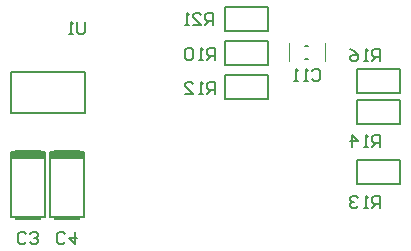
<source format=gbo>
G04*
G04 #@! TF.GenerationSoftware,Altium Limited,Altium Designer,24.3.1 (35)*
G04*
G04 Layer_Color=32896*
%FSLAX44Y44*%
%MOMM*%
G71*
G04*
G04 #@! TF.SameCoordinates,268BF101-0F90-4EF0-BC03-07382AAEC2E5*
G04*
G04*
G04 #@! TF.FilePolarity,Positive*
G04*
G01*
G75*
%ADD10C,0.2000*%
%ADD12C,0.2032*%
%ADD14C,0.1000*%
%ADD15C,0.1524*%
%ADD58R,2.7000X0.6500*%
%ADD59R,2.2000X0.2000*%
D10*
X884800Y864020D02*
X887800D01*
X884800Y853020D02*
X887800D01*
D12*
X965454Y746760D02*
Y767080D01*
X929386Y746760D02*
Y767080D01*
X965454D01*
X929386Y746760D02*
X965454D01*
Y824230D02*
Y844550D01*
X929386Y824230D02*
Y844550D01*
X965454D01*
X929386Y824230D02*
X965454D01*
Y797560D02*
Y817880D01*
X929386Y797560D02*
Y817880D01*
X965454D01*
X929386Y797560D02*
X965454D01*
X817626Y819150D02*
X853694D01*
X817626Y839470D02*
X853694D01*
X817626Y819150D02*
Y839470D01*
X853694Y819150D02*
Y839470D01*
X817626Y868045D02*
X853694D01*
X817626Y847725D02*
X853694D01*
Y868045D01*
X817626Y847725D02*
Y868045D01*
Y896620D02*
X853694D01*
X817626Y876300D02*
X853694D01*
Y896620D01*
X817626Y876300D02*
Y896620D01*
X698651Y807527D02*
Y842127D01*
X636172Y807527D02*
Y842127D01*
X698651D01*
X636172Y807527D02*
X698651D01*
X669036Y773938D02*
X697484D01*
Y719584D02*
Y773938D01*
X669036Y719076D02*
X697484D01*
X669036Y719584D02*
Y773938D01*
X636016D02*
X664464D01*
Y719584D02*
Y773938D01*
X636016Y719076D02*
X664464D01*
X636016Y719584D02*
Y773938D01*
D14*
X871060Y850900D02*
Y866140D01*
X901540Y850900D02*
Y866140D01*
D15*
X698500Y884171D02*
Y875707D01*
X696807Y874014D01*
X693422D01*
X691729Y875707D01*
Y884171D01*
X688343Y874014D02*
X684958D01*
X686650D01*
Y884171D01*
X688343Y882478D01*
X807293Y881382D02*
Y891538D01*
X802215D01*
X800522Y889846D01*
Y886460D01*
X802215Y884767D01*
X807293D01*
X803907D02*
X800522Y881382D01*
X790365D02*
X797136D01*
X790365Y888153D01*
Y889846D01*
X792058Y891538D01*
X795444D01*
X797136Y889846D01*
X786980Y881382D02*
X783594D01*
X785287D01*
Y891538D01*
X786980Y889846D01*
X948686Y850902D02*
Y861058D01*
X943607D01*
X941915Y859366D01*
Y855980D01*
X943607Y854287D01*
X948686D01*
X945300D02*
X941915Y850902D01*
X938529D02*
X935144D01*
X936836D01*
Y861058D01*
X938529Y859366D01*
X923294Y861058D02*
X926680Y859366D01*
X930065Y855980D01*
Y852594D01*
X928372Y850902D01*
X924987D01*
X923294Y852594D01*
Y854287D01*
X924987Y855980D01*
X930065D01*
X948686Y778512D02*
Y788668D01*
X943607D01*
X941915Y786976D01*
Y783590D01*
X943607Y781897D01*
X948686D01*
X945300D02*
X941915Y778512D01*
X938529D02*
X935144D01*
X936836D01*
Y788668D01*
X938529Y786976D01*
X924987Y778512D02*
Y788668D01*
X930065Y783590D01*
X923294D01*
X948686Y726442D02*
Y736598D01*
X943607D01*
X941915Y734906D01*
Y731520D01*
X943607Y729827D01*
X948686D01*
X945300D02*
X941915Y726442D01*
X938529D02*
X935144D01*
X936836D01*
Y736598D01*
X938529Y734906D01*
X930065D02*
X928372Y736598D01*
X924987D01*
X923294Y734906D01*
Y733213D01*
X924987Y731520D01*
X926680D01*
X924987D01*
X923294Y729827D01*
Y728134D01*
X924987Y726442D01*
X928372D01*
X930065Y728134D01*
X808986Y822962D02*
Y833118D01*
X803907D01*
X802215Y831426D01*
Y828040D01*
X803907Y826347D01*
X808986D01*
X805600D02*
X802215Y822962D01*
X798829D02*
X795444D01*
X797136D01*
Y833118D01*
X798829Y831426D01*
X783594Y822962D02*
X790365D01*
X783594Y829733D01*
Y831426D01*
X785287Y833118D01*
X788672D01*
X790365Y831426D01*
X808986Y852172D02*
Y862328D01*
X803907D01*
X802215Y860636D01*
Y857250D01*
X803907Y855557D01*
X808986D01*
X805600D02*
X802215Y852172D01*
X798829D02*
X795444D01*
X797136D01*
Y862328D01*
X798829Y860636D01*
X790365D02*
X788672Y862328D01*
X785287D01*
X783594Y860636D01*
Y853864D01*
X785287Y852172D01*
X788672D01*
X790365Y853864D01*
Y860636D01*
X890692Y842856D02*
X892385Y844548D01*
X895770D01*
X897463Y842856D01*
Y836084D01*
X895770Y834392D01*
X892385D01*
X890692Y836084D01*
X887306Y834392D02*
X883921D01*
X885614D01*
Y844548D01*
X887306Y842856D01*
X878842Y834392D02*
X875457D01*
X877150D01*
Y844548D01*
X878842Y842856D01*
X681563Y697911D02*
X679870Y696218D01*
X676485D01*
X674792Y697911D01*
Y704682D01*
X676485Y706375D01*
X679870D01*
X681563Y704682D01*
X690027Y706375D02*
Y696218D01*
X684949Y701296D01*
X691720D01*
X648543Y697911D02*
X646850Y696218D01*
X643465D01*
X641772Y697911D01*
Y704682D01*
X643465Y706375D01*
X646850D01*
X648543Y704682D01*
X651929Y697911D02*
X653622Y696218D01*
X657007D01*
X658700Y697911D01*
Y699604D01*
X657007Y701296D01*
X655314D01*
X657007D01*
X658700Y702989D01*
Y704682D01*
X657007Y706375D01*
X653622D01*
X651929Y704682D01*
D58*
X683260Y771702D02*
D03*
X650240D02*
D03*
D59*
X683182Y717534D02*
D03*
X683260Y775452D02*
D03*
X650162Y717534D02*
D03*
X650240Y775452D02*
D03*
M02*

</source>
